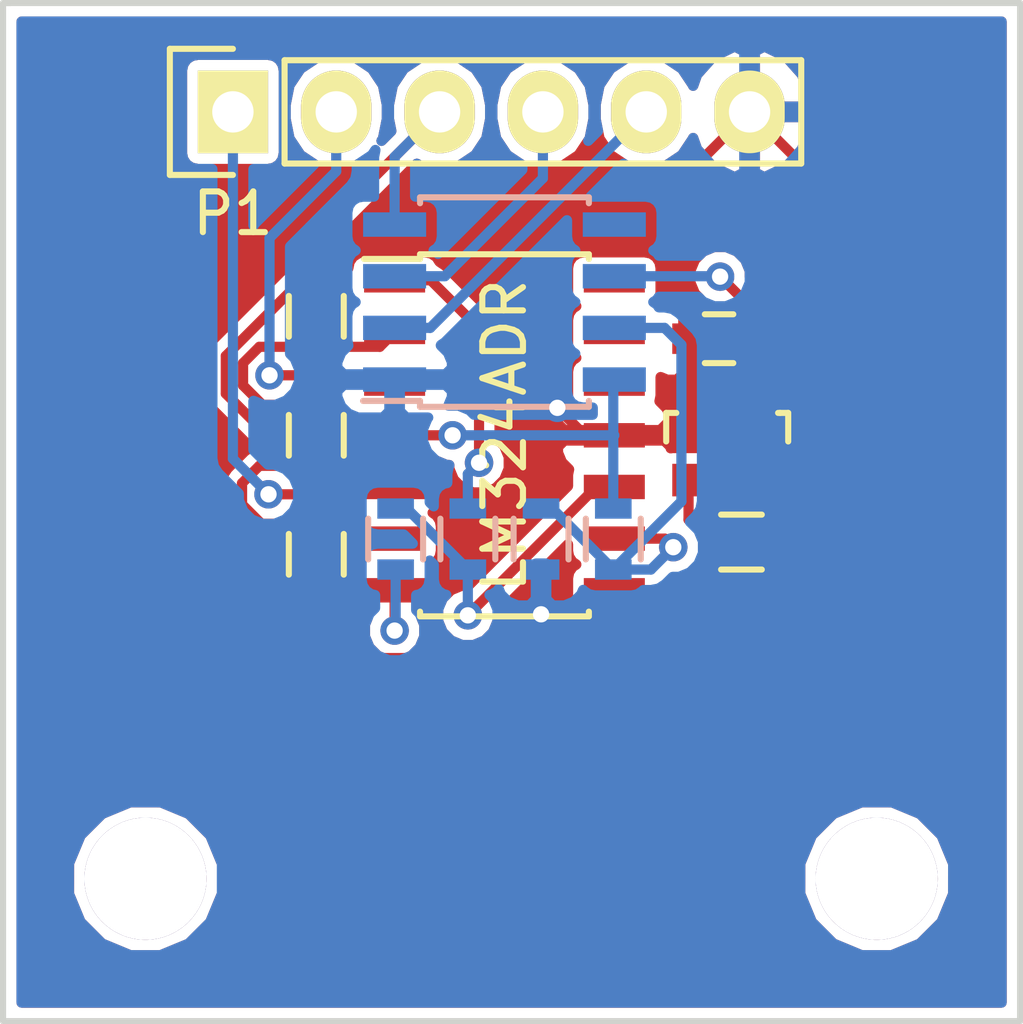
<source format=kicad_pcb>
(kicad_pcb (version 4) (host pcbnew 4.0.1-stable)

  (general
    (links 30)
    (no_connects 0)
    (area 122.051474 65.956666 154.925046 95.81126)
    (thickness 1.6)
    (drawings 6)
    (tracks 111)
    (zones 0)
    (modules 15)
    (nets 17)
  )

  (page A4)
  (layers
    (0 F.Cu signal)
    (31 B.Cu signal)
    (32 B.Adhes user)
    (33 F.Adhes user)
    (34 B.Paste user)
    (35 F.Paste user)
    (36 B.SilkS user)
    (37 F.SilkS user)
    (38 B.Mask user)
    (39 F.Mask user)
    (40 Dwgs.User user)
    (41 Cmts.User user)
    (42 Eco1.User user)
    (43 Eco2.User user)
    (44 Edge.Cuts user)
    (45 Margin user)
    (46 B.CrtYd user)
    (47 F.CrtYd user)
    (48 B.Fab user)
    (49 F.Fab user)
  )

  (setup
    (last_trace_width 0.25)
    (trace_clearance 0.16)
    (zone_clearance 0.254)
    (zone_45_only no)
    (trace_min 0.2)
    (segment_width 0.2)
    (edge_width 0.15)
    (via_size 0.7)
    (via_drill 0.4)
    (via_min_size 0.4)
    (via_min_drill 0.3)
    (uvia_size 0.3)
    (uvia_drill 0.1)
    (uvias_allowed no)
    (uvia_min_size 0.2)
    (uvia_min_drill 0.1)
    (pcb_text_width 0.3)
    (pcb_text_size 1.5 1.5)
    (mod_edge_width 0.15)
    (mod_text_size 1 1)
    (mod_text_width 0.15)
    (pad_size 1.524 1.524)
    (pad_drill 0.762)
    (pad_to_mask_clearance 0.2)
    (aux_axis_origin 0 0)
    (visible_elements 7FFFFF7F)
    (pcbplotparams
      (layerselection 0x010f0_80000001)
      (usegerberextensions false)
      (excludeedgelayer true)
      (linewidth 0.100000)
      (plotframeref false)
      (viasonmask false)
      (mode 1)
      (useauxorigin false)
      (hpglpennumber 1)
      (hpglpenspeed 20)
      (hpglpendiameter 15)
      (hpglpenoverlay 2)
      (psnegative false)
      (psa4output false)
      (plotreference true)
      (plotvalue true)
      (plotinvisibletext false)
      (padsonsilk false)
      (subtractmaskfromsilk false)
      (outputformat 1)
      (mirror false)
      (drillshape 0)
      (scaleselection 1)
      (outputdirectory Gerbers/))
  )

  (net 0 "")
  (net 1 "Net-(C1-Pad1)")
  (net 2 GND)
  (net 3 "Net-(D1-Pad1)")
  (net 4 "Net-(D1-Pad2)")
  (net 5 "Net-(P1-Pad1)")
  (net 6 "Net-(P1-Pad2)")
  (net 7 VCC)
  (net 8 "Net-(P1-Pad4)")
  (net 9 "Net-(P1-Pad5)")
  (net 10 "Net-(R1-Pad2)")
  (net 11 "Net-(R2-Pad2)")
  (net 12 "Net-(R4-Pad1)")
  (net 13 "Net-(R4-Pad2)")
  (net 14 "Net-(R5-Pad1)")
  (net 15 "Net-(R6-Pad2)")
  (net 16 "Net-(U2-Pad5)")

  (net_class Default "This is the default net class."
    (clearance 0.16)
    (trace_width 0.25)
    (via_dia 0.7)
    (via_drill 0.4)
    (uvia_dia 0.3)
    (uvia_drill 0.1)
    (add_net GND)
    (add_net "Net-(C1-Pad1)")
    (add_net "Net-(D1-Pad1)")
    (add_net "Net-(D1-Pad2)")
    (add_net "Net-(P1-Pad1)")
    (add_net "Net-(P1-Pad2)")
    (add_net "Net-(P1-Pad4)")
    (add_net "Net-(P1-Pad5)")
    (add_net "Net-(R1-Pad2)")
    (add_net "Net-(R2-Pad2)")
    (add_net "Net-(R4-Pad1)")
    (add_net "Net-(R4-Pad2)")
    (add_net "Net-(R5-Pad1)")
    (add_net "Net-(R6-Pad2)")
    (add_net "Net-(U2-Pad5)")
    (add_net VCC)
  )

  (module Mounting_Holes:MountingHole_3mm (layer F.Cu) (tedit 56C9F510) (tstamp 56CBB4A4)
    (at 128.5 89.875)
    (descr "Mounting hole, Befestigungsbohrung, 3mm, No Annular, Kein Restring,")
    (tags "Mounting hole, Befestigungsbohrung, 3mm, No Annular, Kein Restring,")
    (fp_text reference REF** (at 0 -4.0005) (layer F.SilkS) hide
      (effects (font (size 1 1) (thickness 0.15)))
    )
    (fp_text value MountingHole_3mm (at 1.00076 5.00126) (layer F.Fab) hide
      (effects (font (size 1 1) (thickness 0.15)))
    )
    (fp_circle (center 0 0) (end 3 0) (layer Cmts.User) (width 0.381))
    (pad 1 thru_hole circle (at 0 0) (size 3 3) (drill 3) (layers))
  )

  (module Capacitors_SMD:C_0603 (layer F.Cu) (tedit 56C9E8DA) (tstamp 56C9E74D)
    (at 142.6 76.6 180)
    (descr "Capacitor SMD 0603, reflow soldering, AVX (see smccp.pdf)")
    (tags "capacitor 0603")
    (path /56BFC4E0)
    (attr smd)
    (fp_text reference C1 (at 0 -1.9 180) (layer F.SilkS) hide
      (effects (font (size 1 1) (thickness 0.15)))
    )
    (fp_text value C (at 0 1.9 180) (layer F.Fab) hide
      (effects (font (size 1 1) (thickness 0.15)))
    )
    (fp_line (start -1.45 -0.75) (end 1.45 -0.75) (layer F.CrtYd) (width 0.05))
    (fp_line (start -1.45 0.75) (end 1.45 0.75) (layer F.CrtYd) (width 0.05))
    (fp_line (start -1.45 -0.75) (end -1.45 0.75) (layer F.CrtYd) (width 0.05))
    (fp_line (start 1.45 -0.75) (end 1.45 0.75) (layer F.CrtYd) (width 0.05))
    (fp_line (start -0.35 -0.6) (end 0.35 -0.6) (layer F.SilkS) (width 0.15))
    (fp_line (start 0.35 0.6) (end -0.35 0.6) (layer F.SilkS) (width 0.15))
    (pad 1 smd rect (at -0.75 0 180) (size 0.8 0.75) (layers F.Cu F.Paste F.Mask)
      (net 1 "Net-(C1-Pad1)"))
    (pad 2 smd rect (at 0.75 0 180) (size 0.8 0.75) (layers F.Cu F.Paste F.Mask)
      (net 2 GND))
    (model Capacitors_SMD.3dshapes/C_0603.wrl
      (at (xyz 0 0 0))
      (scale (xyz 1 1 1))
      (rotate (xyz 0 0 0))
    )
  )

  (module TO_SOT_Packages_SMD:SOT-23 (layer F.Cu) (tedit 56C9E8DD) (tstamp 56C9E75D)
    (at 142.8 79.075)
    (descr "SOT-23, Standard")
    (tags SOT-23)
    (path /56C111A0)
    (attr smd)
    (fp_text reference D1 (at 0 -2.25) (layer F.SilkS) hide
      (effects (font (size 1 1) (thickness 0.15)))
    )
    (fp_text value DA3X101F0L (at 0 2.3) (layer F.Fab) hide
      (effects (font (size 1 1) (thickness 0.15)))
    )
    (fp_line (start -1.65 -1.6) (end 1.65 -1.6) (layer F.CrtYd) (width 0.05))
    (fp_line (start 1.65 -1.6) (end 1.65 1.6) (layer F.CrtYd) (width 0.05))
    (fp_line (start 1.65 1.6) (end -1.65 1.6) (layer F.CrtYd) (width 0.05))
    (fp_line (start -1.65 1.6) (end -1.65 -1.6) (layer F.CrtYd) (width 0.05))
    (fp_line (start 1.29916 -0.65024) (end 1.2509 -0.65024) (layer F.SilkS) (width 0.15))
    (fp_line (start -1.49982 0.0508) (end -1.49982 -0.65024) (layer F.SilkS) (width 0.15))
    (fp_line (start -1.49982 -0.65024) (end -1.2509 -0.65024) (layer F.SilkS) (width 0.15))
    (fp_line (start 1.29916 -0.65024) (end 1.49982 -0.65024) (layer F.SilkS) (width 0.15))
    (fp_line (start 1.49982 -0.65024) (end 1.49982 0.0508) (layer F.SilkS) (width 0.15))
    (pad 1 smd rect (at -0.95 1.00076) (size 0.8001 0.8001) (layers F.Cu F.Paste F.Mask)
      (net 3 "Net-(D1-Pad1)"))
    (pad 2 smd rect (at 0.95 1.00076) (size 0.8001 0.8001) (layers F.Cu F.Paste F.Mask)
      (net 4 "Net-(D1-Pad2)"))
    (pad 3 smd rect (at 0 -0.99822) (size 0.8001 0.8001) (layers F.Cu F.Paste F.Mask)
      (net 1 "Net-(C1-Pad1)"))
    (model TO_SOT_Packages_SMD.3dshapes/SOT-23.wrl
      (at (xyz 0 0 0))
      (scale (xyz 1 1 1))
      (rotate (xyz 0 0 0))
    )
  )

  (module Pin_Headers:Pin_Header_Straight_1x06 (layer F.Cu) (tedit 56C9F524) (tstamp 56C9E772)
    (at 130.65 71.025 90)
    (descr "Through hole pin header")
    (tags "pin header")
    (path /56C136C0)
    (fp_text reference P1 (at -2.5 0 180) (layer F.SilkS)
      (effects (font (size 1 1) (thickness 0.15)))
    )
    (fp_text value CONN_01X06 (at 0 -3.1 90) (layer F.Fab) hide
      (effects (font (size 1 1) (thickness 0.15)))
    )
    (fp_line (start -1.75 -1.75) (end -1.75 14.45) (layer F.CrtYd) (width 0.05))
    (fp_line (start 1.75 -1.75) (end 1.75 14.45) (layer F.CrtYd) (width 0.05))
    (fp_line (start -1.75 -1.75) (end 1.75 -1.75) (layer F.CrtYd) (width 0.05))
    (fp_line (start -1.75 14.45) (end 1.75 14.45) (layer F.CrtYd) (width 0.05))
    (fp_line (start 1.27 1.27) (end 1.27 13.97) (layer F.SilkS) (width 0.15))
    (fp_line (start 1.27 13.97) (end -1.27 13.97) (layer F.SilkS) (width 0.15))
    (fp_line (start -1.27 13.97) (end -1.27 1.27) (layer F.SilkS) (width 0.15))
    (fp_line (start 1.55 -1.55) (end 1.55 0) (layer F.SilkS) (width 0.15))
    (fp_line (start 1.27 1.27) (end -1.27 1.27) (layer F.SilkS) (width 0.15))
    (fp_line (start -1.55 0) (end -1.55 -1.55) (layer F.SilkS) (width 0.15))
    (fp_line (start -1.55 -1.55) (end 1.55 -1.55) (layer F.SilkS) (width 0.15))
    (pad 1 thru_hole rect (at 0 0 90) (size 2.032 1.7272) (drill 1.016) (layers *.Cu *.Mask F.SilkS)
      (net 5 "Net-(P1-Pad1)"))
    (pad 2 thru_hole oval (at 0 2.54 90) (size 2.032 1.7272) (drill 1.016) (layers *.Cu *.Mask F.SilkS)
      (net 6 "Net-(P1-Pad2)"))
    (pad 3 thru_hole oval (at 0 5.08 90) (size 2.032 1.7272) (drill 1.016) (layers *.Cu *.Mask F.SilkS)
      (net 7 VCC))
    (pad 4 thru_hole oval (at 0 7.62 90) (size 2.032 1.7272) (drill 1.016) (layers *.Cu *.Mask F.SilkS)
      (net 8 "Net-(P1-Pad4)"))
    (pad 5 thru_hole oval (at 0 10.16 90) (size 2.032 1.7272) (drill 1.016) (layers *.Cu *.Mask F.SilkS)
      (net 9 "Net-(P1-Pad5)"))
    (pad 6 thru_hole oval (at 0 12.7 90) (size 2.032 1.7272) (drill 1.016) (layers *.Cu *.Mask F.SilkS)
      (net 2 GND))
    (model Pin_Headers.3dshapes/Pin_Header_Straight_1x06.wrl
      (at (xyz 0 -0.25 0))
      (scale (xyz 1 1 1))
      (rotate (xyz 0 0 90))
    )
  )

  (module Resistors_SMD:R_0603 (layer F.Cu) (tedit 56C9E818) (tstamp 56C9E77E)
    (at 132.7 76.05 270)
    (descr "Resistor SMD 0603, reflow soldering, Vishay (see dcrcw.pdf)")
    (tags "resistor 0603")
    (path /56BF98C8)
    (attr smd)
    (fp_text reference R1 (at 0 -1.9 270) (layer F.SilkS) hide
      (effects (font (size 1 1) (thickness 0.15)))
    )
    (fp_text value R (at 0 1.9 270) (layer F.Fab) hide
      (effects (font (size 1 1) (thickness 0.15)))
    )
    (fp_line (start -1.3 -0.8) (end 1.3 -0.8) (layer F.CrtYd) (width 0.05))
    (fp_line (start -1.3 0.8) (end 1.3 0.8) (layer F.CrtYd) (width 0.05))
    (fp_line (start -1.3 -0.8) (end -1.3 0.8) (layer F.CrtYd) (width 0.05))
    (fp_line (start 1.3 -0.8) (end 1.3 0.8) (layer F.CrtYd) (width 0.05))
    (fp_line (start 0.5 0.675) (end -0.5 0.675) (layer F.SilkS) (width 0.15))
    (fp_line (start -0.5 -0.675) (end 0.5 -0.675) (layer F.SilkS) (width 0.15))
    (pad 1 smd rect (at -0.75 0 270) (size 0.5 0.9) (layers F.Cu F.Paste F.Mask)
      (net 7 VCC))
    (pad 2 smd rect (at 0.75 0 270) (size 0.5 0.9) (layers F.Cu F.Paste F.Mask)
      (net 10 "Net-(R1-Pad2)"))
    (model Resistors_SMD.3dshapes/R_0603.wrl
      (at (xyz 0 0 0))
      (scale (xyz 1 1 1))
      (rotate (xyz 0 0 0))
    )
  )

  (module Resistors_SMD:R_0603 (layer F.Cu) (tedit 56C9E81B) (tstamp 56C9E78A)
    (at 132.7 78.975 270)
    (descr "Resistor SMD 0603, reflow soldering, Vishay (see dcrcw.pdf)")
    (tags "resistor 0603")
    (path /56BF9875)
    (attr smd)
    (fp_text reference R2 (at 0 -1.9 270) (layer F.SilkS) hide
      (effects (font (size 1 1) (thickness 0.15)))
    )
    (fp_text value R (at 0 1.9 270) (layer F.Fab) hide
      (effects (font (size 1 1) (thickness 0.15)))
    )
    (fp_line (start -1.3 -0.8) (end 1.3 -0.8) (layer F.CrtYd) (width 0.05))
    (fp_line (start -1.3 0.8) (end 1.3 0.8) (layer F.CrtYd) (width 0.05))
    (fp_line (start -1.3 -0.8) (end -1.3 0.8) (layer F.CrtYd) (width 0.05))
    (fp_line (start 1.3 -0.8) (end 1.3 0.8) (layer F.CrtYd) (width 0.05))
    (fp_line (start 0.5 0.675) (end -0.5 0.675) (layer F.SilkS) (width 0.15))
    (fp_line (start -0.5 -0.675) (end 0.5 -0.675) (layer F.SilkS) (width 0.15))
    (pad 1 smd rect (at -0.75 0 270) (size 0.5 0.9) (layers F.Cu F.Paste F.Mask)
      (net 10 "Net-(R1-Pad2)"))
    (pad 2 smd rect (at 0.75 0 270) (size 0.5 0.9) (layers F.Cu F.Paste F.Mask)
      (net 11 "Net-(R2-Pad2)"))
    (model Resistors_SMD.3dshapes/R_0603.wrl
      (at (xyz 0 0 0))
      (scale (xyz 1 1 1))
      (rotate (xyz 0 0 0))
    )
  )

  (module Resistors_SMD:R_0603 (layer F.Cu) (tedit 56C9E80C) (tstamp 56C9E796)
    (at 132.7 81.9 270)
    (descr "Resistor SMD 0603, reflow soldering, Vishay (see dcrcw.pdf)")
    (tags "resistor 0603")
    (path /56BF9794)
    (attr smd)
    (fp_text reference R3 (at 0 -1.9 270) (layer F.SilkS) hide
      (effects (font (size 1 1) (thickness 0.15)))
    )
    (fp_text value R (at 0 1.9 270) (layer F.Fab) hide
      (effects (font (size 1 1) (thickness 0.15)))
    )
    (fp_line (start -1.3 -0.8) (end 1.3 -0.8) (layer F.CrtYd) (width 0.05))
    (fp_line (start -1.3 0.8) (end 1.3 0.8) (layer F.CrtYd) (width 0.05))
    (fp_line (start -1.3 -0.8) (end -1.3 0.8) (layer F.CrtYd) (width 0.05))
    (fp_line (start 1.3 -0.8) (end 1.3 0.8) (layer F.CrtYd) (width 0.05))
    (fp_line (start 0.5 0.675) (end -0.5 0.675) (layer F.SilkS) (width 0.15))
    (fp_line (start -0.5 -0.675) (end 0.5 -0.675) (layer F.SilkS) (width 0.15))
    (pad 1 smd rect (at -0.75 0 270) (size 0.5 0.9) (layers F.Cu F.Paste F.Mask)
      (net 11 "Net-(R2-Pad2)"))
    (pad 2 smd rect (at 0.75 0 270) (size 0.5 0.9) (layers F.Cu F.Paste F.Mask)
      (net 2 GND))
    (model Resistors_SMD.3dshapes/R_0603.wrl
      (at (xyz 0 0 0))
      (scale (xyz 1 1 1))
      (rotate (xyz 0 0 0))
    )
  )

  (module Resistors_SMD:R_0603 (layer B.Cu) (tedit 56C9E802) (tstamp 56C9E7A2)
    (at 136.425 81.525 90)
    (descr "Resistor SMD 0603, reflow soldering, Vishay (see dcrcw.pdf)")
    (tags "resistor 0603")
    (path /56BFD5FE)
    (attr smd)
    (fp_text reference R4 (at 0 1.9 90) (layer B.SilkS) hide
      (effects (font (size 1 1) (thickness 0.15)) (justify mirror))
    )
    (fp_text value 1k (at 0 -1.9 90) (layer B.Fab) hide
      (effects (font (size 1 1) (thickness 0.15)) (justify mirror))
    )
    (fp_line (start -1.3 0.8) (end 1.3 0.8) (layer B.CrtYd) (width 0.05))
    (fp_line (start -1.3 -0.8) (end 1.3 -0.8) (layer B.CrtYd) (width 0.05))
    (fp_line (start -1.3 0.8) (end -1.3 -0.8) (layer B.CrtYd) (width 0.05))
    (fp_line (start 1.3 0.8) (end 1.3 -0.8) (layer B.CrtYd) (width 0.05))
    (fp_line (start 0.5 -0.675) (end -0.5 -0.675) (layer B.SilkS) (width 0.15))
    (fp_line (start -0.5 0.675) (end 0.5 0.675) (layer B.SilkS) (width 0.15))
    (pad 1 smd rect (at -0.75 0 90) (size 0.5 0.9) (layers B.Cu B.Paste B.Mask)
      (net 12 "Net-(R4-Pad1)"))
    (pad 2 smd rect (at 0.75 0 90) (size 0.5 0.9) (layers B.Cu B.Paste B.Mask)
      (net 13 "Net-(R4-Pad2)"))
    (model Resistors_SMD.3dshapes/R_0603.wrl
      (at (xyz 0 0 0))
      (scale (xyz 1 1 1))
      (rotate (xyz 0 0 0))
    )
  )

  (module Resistors_SMD:R_0603 (layer B.Cu) (tedit 56C9E7FB) (tstamp 56C9E7AE)
    (at 134.65 81.525 90)
    (descr "Resistor SMD 0603, reflow soldering, Vishay (see dcrcw.pdf)")
    (tags "resistor 0603")
    (path /56BFA520)
    (attr smd)
    (fp_text reference R5 (at 0 1.9 90) (layer B.SilkS) hide
      (effects (font (size 1 1) (thickness 0.15)) (justify mirror))
    )
    (fp_text value 1k (at 0 -1.9 90) (layer B.Fab) hide
      (effects (font (size 1 1) (thickness 0.15)) (justify mirror))
    )
    (fp_line (start -1.3 0.8) (end 1.3 0.8) (layer B.CrtYd) (width 0.05))
    (fp_line (start -1.3 -0.8) (end 1.3 -0.8) (layer B.CrtYd) (width 0.05))
    (fp_line (start -1.3 0.8) (end -1.3 -0.8) (layer B.CrtYd) (width 0.05))
    (fp_line (start 1.3 0.8) (end 1.3 -0.8) (layer B.CrtYd) (width 0.05))
    (fp_line (start 0.5 -0.675) (end -0.5 -0.675) (layer B.SilkS) (width 0.15))
    (fp_line (start -0.5 0.675) (end 0.5 0.675) (layer B.SilkS) (width 0.15))
    (pad 1 smd rect (at -0.75 0 90) (size 0.5 0.9) (layers B.Cu B.Paste B.Mask)
      (net 14 "Net-(R5-Pad1)"))
    (pad 2 smd rect (at 0.75 0 90) (size 0.5 0.9) (layers B.Cu B.Paste B.Mask)
      (net 12 "Net-(R4-Pad1)"))
    (model Resistors_SMD.3dshapes/R_0603.wrl
      (at (xyz 0 0 0))
      (scale (xyz 1 1 1))
      (rotate (xyz 0 0 0))
    )
  )

  (module Resistors_SMD:R_0603 (layer B.Cu) (tedit 56C9E7EC) (tstamp 56C9E7BA)
    (at 138.225 81.525 90)
    (descr "Resistor SMD 0603, reflow soldering, Vishay (see dcrcw.pdf)")
    (tags "resistor 0603")
    (path /56BFFFBD)
    (attr smd)
    (fp_text reference R6 (at 0 1.9 90) (layer B.SilkS) hide
      (effects (font (size 1 1) (thickness 0.15)) (justify mirror))
    )
    (fp_text value 2.2k (at 0 -1.9 90) (layer B.Fab) hide
      (effects (font (size 1 1) (thickness 0.15)) (justify mirror))
    )
    (fp_line (start -1.3 0.8) (end 1.3 0.8) (layer B.CrtYd) (width 0.05))
    (fp_line (start -1.3 -0.8) (end 1.3 -0.8) (layer B.CrtYd) (width 0.05))
    (fp_line (start -1.3 0.8) (end -1.3 -0.8) (layer B.CrtYd) (width 0.05))
    (fp_line (start 1.3 0.8) (end 1.3 -0.8) (layer B.CrtYd) (width 0.05))
    (fp_line (start 0.5 -0.675) (end -0.5 -0.675) (layer B.SilkS) (width 0.15))
    (fp_line (start -0.5 0.675) (end 0.5 0.675) (layer B.SilkS) (width 0.15))
    (pad 1 smd rect (at -0.75 0 90) (size 0.5 0.9) (layers B.Cu B.Paste B.Mask)
      (net 2 GND))
    (pad 2 smd rect (at 0.75 0 90) (size 0.5 0.9) (layers B.Cu B.Paste B.Mask)
      (net 15 "Net-(R6-Pad2)"))
    (model Resistors_SMD.3dshapes/R_0603.wrl
      (at (xyz 0 0 0))
      (scale (xyz 1 1 1))
      (rotate (xyz 0 0 0))
    )
  )

  (module Resistors_SMD:R_0603 (layer B.Cu) (tedit 56C9E7E7) (tstamp 56C9E7C6)
    (at 140 81.525 90)
    (descr "Resistor SMD 0603, reflow soldering, Vishay (see dcrcw.pdf)")
    (tags "resistor 0603")
    (path /56BFFF72)
    (attr smd)
    (fp_text reference R7 (at 0 1.9 90) (layer B.SilkS) hide
      (effects (font (size 1 1) (thickness 0.15)) (justify mirror))
    )
    (fp_text value 1k (at 0 -1.9 90) (layer B.Fab) hide
      (effects (font (size 1 1) (thickness 0.15)) (justify mirror))
    )
    (fp_line (start -1.3 0.8) (end 1.3 0.8) (layer B.CrtYd) (width 0.05))
    (fp_line (start -1.3 -0.8) (end 1.3 -0.8) (layer B.CrtYd) (width 0.05))
    (fp_line (start -1.3 0.8) (end -1.3 -0.8) (layer B.CrtYd) (width 0.05))
    (fp_line (start 1.3 0.8) (end 1.3 -0.8) (layer B.CrtYd) (width 0.05))
    (fp_line (start 0.5 -0.675) (end -0.5 -0.675) (layer B.SilkS) (width 0.15))
    (fp_line (start -0.5 0.675) (end 0.5 0.675) (layer B.SilkS) (width 0.15))
    (pad 1 smd rect (at -0.75 0 90) (size 0.5 0.9) (layers B.Cu B.Paste B.Mask)
      (net 15 "Net-(R6-Pad2)"))
    (pad 2 smd rect (at 0.75 0 90) (size 0.5 0.9) (layers B.Cu B.Paste B.Mask)
      (net 7 VCC))
    (model Resistors_SMD.3dshapes/R_0603.wrl
      (at (xyz 0 0 0))
      (scale (xyz 1 1 1))
      (rotate (xyz 0 0 0))
    )
  )

  (module Resistors_SMD:R_0603 (layer F.Cu) (tedit 56C9E7F4) (tstamp 56C9E7D2)
    (at 143.15 81.6)
    (descr "Resistor SMD 0603, reflow soldering, Vishay (see dcrcw.pdf)")
    (tags "resistor 0603")
    (path /56C115CD)
    (attr smd)
    (fp_text reference R8 (at 0 -1.9) (layer F.SilkS) hide
      (effects (font (size 1 1) (thickness 0.15)))
    )
    (fp_text value R (at 0 1.9) (layer F.Fab) hide
      (effects (font (size 1 1) (thickness 0.15)))
    )
    (fp_line (start -1.3 -0.8) (end 1.3 -0.8) (layer F.CrtYd) (width 0.05))
    (fp_line (start -1.3 0.8) (end 1.3 0.8) (layer F.CrtYd) (width 0.05))
    (fp_line (start -1.3 -0.8) (end -1.3 0.8) (layer F.CrtYd) (width 0.05))
    (fp_line (start 1.3 -0.8) (end 1.3 0.8) (layer F.CrtYd) (width 0.05))
    (fp_line (start 0.5 0.675) (end -0.5 0.675) (layer F.SilkS) (width 0.15))
    (fp_line (start -0.5 -0.675) (end 0.5 -0.675) (layer F.SilkS) (width 0.15))
    (pad 1 smd rect (at -0.75 0) (size 0.5 0.9) (layers F.Cu F.Paste F.Mask)
      (net 3 "Net-(D1-Pad1)"))
    (pad 2 smd rect (at 0.75 0) (size 0.5 0.9) (layers F.Cu F.Paste F.Mask)
      (net 4 "Net-(D1-Pad2)"))
    (model Resistors_SMD.3dshapes/R_0603.wrl
      (at (xyz 0 0 0))
      (scale (xyz 1 1 1))
      (rotate (xyz 0 0 0))
    )
  )

  (module Housings_SOIC:SOIC-14_3.9x8.7mm_Pitch1.27mm (layer F.Cu) (tedit 56C9F374) (tstamp 56C9E7EF)
    (at 137.325 78.975)
    (descr "14-Lead Plastic Small Outline (SL) - Narrow, 3.90 mm Body [SOIC] (see Microchip Packaging Specification 00000049BS.pdf)")
    (tags "SOIC 1.27")
    (path /56BF9354)
    (attr smd)
    (fp_text reference U1 (at 0 -5.375) (layer F.SilkS) hide
      (effects (font (size 1 1) (thickness 0.15)))
    )
    (fp_text value LM324ADR (at 0 0 90) (layer F.SilkS)
      (effects (font (size 1 1) (thickness 0.15)))
    )
    (fp_line (start -3.7 -4.65) (end -3.7 4.65) (layer F.CrtYd) (width 0.05))
    (fp_line (start 3.7 -4.65) (end 3.7 4.65) (layer F.CrtYd) (width 0.05))
    (fp_line (start -3.7 -4.65) (end 3.7 -4.65) (layer F.CrtYd) (width 0.05))
    (fp_line (start -3.7 4.65) (end 3.7 4.65) (layer F.CrtYd) (width 0.05))
    (fp_line (start -2.075 -4.45) (end -2.075 -4.335) (layer F.SilkS) (width 0.15))
    (fp_line (start 2.075 -4.45) (end 2.075 -4.335) (layer F.SilkS) (width 0.15))
    (fp_line (start 2.075 4.45) (end 2.075 4.335) (layer F.SilkS) (width 0.15))
    (fp_line (start -2.075 4.45) (end -2.075 4.335) (layer F.SilkS) (width 0.15))
    (fp_line (start -2.075 -4.45) (end 2.075 -4.45) (layer F.SilkS) (width 0.15))
    (fp_line (start -2.075 4.45) (end 2.075 4.45) (layer F.SilkS) (width 0.15))
    (fp_line (start -2.075 -4.335) (end -3.45 -4.335) (layer F.SilkS) (width 0.15))
    (pad 1 smd rect (at -2.7 -3.81) (size 1.5 0.6) (layers F.Cu F.Paste F.Mask)
      (net 13 "Net-(R4-Pad2)"))
    (pad 2 smd rect (at -2.7 -2.54) (size 1.5 0.6) (layers F.Cu F.Paste F.Mask)
      (net 10 "Net-(R1-Pad2)"))
    (pad 3 smd rect (at -2.7 -1.27) (size 1.5 0.6) (layers F.Cu F.Paste F.Mask)
      (net 6 "Net-(P1-Pad2)"))
    (pad 4 smd rect (at -2.7 0) (size 1.5 0.6) (layers F.Cu F.Paste F.Mask)
      (net 7 VCC))
    (pad 5 smd rect (at -2.7 1.27) (size 1.5 0.6) (layers F.Cu F.Paste F.Mask)
      (net 5 "Net-(P1-Pad1)"))
    (pad 6 smd rect (at -2.7 2.54) (size 1.5 0.6) (layers F.Cu F.Paste F.Mask)
      (net 11 "Net-(R2-Pad2)"))
    (pad 7 smd rect (at -2.7 3.81) (size 1.5 0.6) (layers F.Cu F.Paste F.Mask)
      (net 14 "Net-(R5-Pad1)"))
    (pad 8 smd rect (at 2.7 3.81) (size 1.5 0.6) (layers F.Cu F.Paste F.Mask)
      (net 4 "Net-(D1-Pad2)"))
    (pad 9 smd rect (at 2.7 2.54) (size 1.5 0.6) (layers F.Cu F.Paste F.Mask)
      (net 15 "Net-(R6-Pad2)"))
    (pad 10 smd rect (at 2.7 1.27) (size 1.5 0.6) (layers F.Cu F.Paste F.Mask)
      (net 12 "Net-(R4-Pad1)"))
    (pad 11 smd rect (at 2.7 0) (size 1.5 0.6) (layers F.Cu F.Paste F.Mask)
      (net 2 GND))
    (pad 12 smd rect (at 2.7 -1.27) (size 1.5 0.6) (layers F.Cu F.Paste F.Mask))
    (pad 13 smd rect (at 2.7 -2.54) (size 1.5 0.6) (layers F.Cu F.Paste F.Mask))
    (pad 14 smd rect (at 2.7 -3.81) (size 1.5 0.6) (layers F.Cu F.Paste F.Mask))
    (model Housings_SOIC.3dshapes/SOIC-14_3.9x8.7mm_Pitch1.27mm.wrl
      (at (xyz 0 0 0))
      (scale (xyz 1 1 1))
      (rotate (xyz 0 0 0))
    )
  )

  (module Housings_SOIC:SOIC-8_3.9x4.9mm_Pitch1.27mm (layer B.Cu) (tedit 56C9E8E7) (tstamp 56C9E806)
    (at 137.325 75.7)
    (descr "8-Lead Plastic Small Outline (SN) - Narrow, 3.90 mm Body [SOIC] (see Microchip Packaging Specification 00000049BS.pdf)")
    (tags "SOIC 1.27")
    (path /56BFBF5F)
    (attr smd)
    (fp_text reference U2 (at 0 3.5) (layer B.SilkS) hide
      (effects (font (size 1 1) (thickness 0.15)) (justify mirror))
    )
    (fp_text value 555 (at -0.175 -0.025 90) (layer B.Fab)
      (effects (font (size 1 1) (thickness 0.15)) (justify mirror))
    )
    (fp_line (start -3.75 2.75) (end -3.75 -2.75) (layer B.CrtYd) (width 0.05))
    (fp_line (start 3.75 2.75) (end 3.75 -2.75) (layer B.CrtYd) (width 0.05))
    (fp_line (start -3.75 2.75) (end 3.75 2.75) (layer B.CrtYd) (width 0.05))
    (fp_line (start -3.75 -2.75) (end 3.75 -2.75) (layer B.CrtYd) (width 0.05))
    (fp_line (start -2.075 2.575) (end -2.075 2.43) (layer B.SilkS) (width 0.15))
    (fp_line (start 2.075 2.575) (end 2.075 2.43) (layer B.SilkS) (width 0.15))
    (fp_line (start 2.075 -2.575) (end 2.075 -2.43) (layer B.SilkS) (width 0.15))
    (fp_line (start -2.075 -2.575) (end -2.075 -2.43) (layer B.SilkS) (width 0.15))
    (fp_line (start -2.075 2.575) (end 2.075 2.575) (layer B.SilkS) (width 0.15))
    (fp_line (start -2.075 -2.575) (end 2.075 -2.575) (layer B.SilkS) (width 0.15))
    (fp_line (start -2.075 2.43) (end -3.475 2.43) (layer B.SilkS) (width 0.15))
    (pad 1 smd rect (at -2.7 1.905) (size 1.55 0.6) (layers B.Cu B.Paste B.Mask)
      (net 2 GND))
    (pad 2 smd rect (at -2.7 0.635) (size 1.55 0.6) (layers B.Cu B.Paste B.Mask)
      (net 9 "Net-(P1-Pad5)"))
    (pad 3 smd rect (at -2.7 -0.635) (size 1.55 0.6) (layers B.Cu B.Paste B.Mask)
      (net 8 "Net-(P1-Pad4)"))
    (pad 4 smd rect (at -2.7 -1.905) (size 1.55 0.6) (layers B.Cu B.Paste B.Mask)
      (net 7 VCC))
    (pad 5 smd rect (at 2.7 -1.905) (size 1.55 0.6) (layers B.Cu B.Paste B.Mask)
      (net 16 "Net-(U2-Pad5)"))
    (pad 6 smd rect (at 2.7 -0.635) (size 1.55 0.6) (layers B.Cu B.Paste B.Mask)
      (net 1 "Net-(C1-Pad1)"))
    (pad 7 smd rect (at 2.7 0.635) (size 1.55 0.6) (layers B.Cu B.Paste B.Mask)
      (net 15 "Net-(R6-Pad2)"))
    (pad 8 smd rect (at 2.7 1.905) (size 1.55 0.6) (layers B.Cu B.Paste B.Mask)
      (net 7 VCC))
    (model Housings_SOIC.3dshapes/SOIC-8_3.9x4.9mm_Pitch1.27mm.wrl
      (at (xyz 0 0 0))
      (scale (xyz 1 1 1))
      (rotate (xyz 0 0 0))
    )
  )

  (module Mounting_Holes:MountingHole_3mm (layer F.Cu) (tedit 56C9F516) (tstamp 56CBB491)
    (at 146.475 89.875)
    (descr "Mounting hole, Befestigungsbohrung, 3mm, No Annular, Kein Restring,")
    (tags "Mounting hole, Befestigungsbohrung, 3mm, No Annular, Kein Restring,")
    (fp_text reference REF** (at 0 -4.0005) (layer F.SilkS) hide
      (effects (font (size 1 1) (thickness 0.15)))
    )
    (fp_text value MountingHole_3mm (at 1.00076 5.00126) (layer F.Fab) hide
      (effects (font (size 1 1) (thickness 0.15)))
    )
    (fp_circle (center 0 0) (end 3 0) (layer Cmts.User) (width 0.381))
    (pad 1 thru_hole circle (at 0 0) (size 3 3) (drill 3) (layers))
  )

  (gr_line (start 125 68.35) (end 125.175 68.35) (angle 90) (layer Edge.Cuts) (width 0.15))
  (gr_line (start 125 93.375) (end 125 68.35) (angle 90) (layer Edge.Cuts) (width 0.15))
  (gr_line (start 150 93.375) (end 125 93.375) (angle 90) (layer Edge.Cuts) (width 0.15))
  (gr_line (start 150 68.35) (end 150 93.375) (angle 90) (layer Edge.Cuts) (width 0.15))
  (gr_line (start 125 68.35) (end 150 68.35) (angle 90) (layer Edge.Cuts) (width 0.15))
  (gr_line (start 125 68.35) (end 125.05 68.35) (angle 90) (layer Edge.Cuts) (width 0.15))

  (segment (start 143.35 76.6) (end 143.35 75.8) (width 0.25) (layer F.Cu) (net 1))
  (segment (start 142.615 75.065) (end 140.025 75.065) (width 0.25) (layer B.Cu) (net 1) (tstamp 56C9EDBE))
  (segment (start 142.625 75.075) (end 142.615 75.065) (width 0.25) (layer B.Cu) (net 1) (tstamp 56C9EDBD))
  (via (at 142.625 75.075) (size 0.7) (drill 0.4) (layers F.Cu B.Cu) (net 1))
  (segment (start 143.35 75.8) (end 142.625 75.075) (width 0.25) (layer F.Cu) (net 1) (tstamp 56C9EDBB))
  (segment (start 143.35 76.6) (end 143.35 77.52678) (width 0.25) (layer F.Cu) (net 1))
  (segment (start 143.35 77.52678) (end 142.8 78.07678) (width 0.25) (layer F.Cu) (net 1) (tstamp 56C9ED8A))
  (segment (start 138.225 84.45) (end 142.8 84.45) (width 0.25) (layer F.Cu) (net 2))
  (segment (start 144.775 72.45) (end 143.35 71.025) (width 0.25) (layer F.Cu) (net 2) (tstamp 56C9F194))
  (segment (start 144.775 82.475) (end 144.775 72.45) (width 0.25) (layer F.Cu) (net 2) (tstamp 56C9F18F))
  (segment (start 142.8 84.45) (end 144.775 82.475) (width 0.25) (layer F.Cu) (net 2) (tstamp 56C9F189))
  (segment (start 132.7 82.65) (end 132.7 83.7) (width 0.25) (layer F.Cu) (net 2))
  (segment (start 133.45 84.45) (end 138.225 84.45) (width 0.25) (layer F.Cu) (net 2) (tstamp 56C9F078))
  (segment (start 132.7 83.7) (end 133.45 84.45) (width 0.25) (layer F.Cu) (net 2) (tstamp 56C9F076))
  (segment (start 134.625 77.605) (end 137.93 77.605) (width 0.25) (layer B.Cu) (net 2))
  (segment (start 138.625 78.3) (end 139.3 78.975) (width 0.25) (layer F.Cu) (net 2) (tstamp 56C9EE49))
  (via (at 138.625 78.3) (size 0.7) (drill 0.4) (layers F.Cu B.Cu) (net 2))
  (segment (start 137.93 77.605) (end 138.625 78.3) (width 0.25) (layer B.Cu) (net 2) (tstamp 56C9EE3F))
  (segment (start 139.3 78.975) (end 140.025 78.975) (width 0.25) (layer F.Cu) (net 2) (tstamp 56C9EE4A))
  (segment (start 138.225 83.375) (end 138.225 84.45) (width 0.25) (layer F.Cu) (net 2))
  (segment (start 138.225 84.45) (end 138.225 84.4) (width 0.25) (layer F.Cu) (net 2) (tstamp 56C9EE07))
  (segment (start 138.225 84.4) (end 138.225 84.45) (width 0.25) (layer F.Cu) (net 2) (tstamp 56C9EE09))
  (segment (start 138.225 82.275) (end 138.225 83.375) (width 0.25) (layer B.Cu) (net 2))
  (via (at 138.225 83.375) (size 0.7) (drill 0.4) (layers F.Cu B.Cu) (net 2))
  (segment (start 141.85 76.6) (end 141.85 78.15) (width 0.25) (layer F.Cu) (net 2))
  (segment (start 141.025 78.975) (end 140.025 78.975) (width 0.25) (layer F.Cu) (net 2) (tstamp 56C9ED98))
  (segment (start 141.85 78.15) (end 141.025 78.975) (width 0.25) (layer F.Cu) (net 2) (tstamp 56C9ED97))
  (segment (start 141.85 76.6) (end 141.85 72.525) (width 0.25) (layer F.Cu) (net 2))
  (segment (start 141.85 72.525) (end 143.35 71.025) (width 0.25) (layer F.Cu) (net 2) (tstamp 56C9ED93))
  (segment (start 141.85 80.07576) (end 141.85 81.05) (width 0.25) (layer F.Cu) (net 3))
  (segment (start 141.85 81.05) (end 142.4 81.6) (width 0.25) (layer F.Cu) (net 3) (tstamp 56C9F181))
  (segment (start 140.025 82.785) (end 142.715 82.785) (width 0.25) (layer F.Cu) (net 4))
  (segment (start 142.715 82.785) (end 143.9 81.6) (width 0.25) (layer F.Cu) (net 4) (tstamp 56C9F184))
  (segment (start 143.75 80.07576) (end 143.75 81.45) (width 0.25) (layer F.Cu) (net 4))
  (segment (start 143.75 81.45) (end 143.9 81.6) (width 0.25) (layer F.Cu) (net 4) (tstamp 56C9F17E))
  (segment (start 134.625 80.245) (end 133.705 80.245) (width 0.25) (layer F.Cu) (net 5))
  (segment (start 130.65 79.55) (end 130.65 71.025) (width 0.25) (layer B.Cu) (net 5) (tstamp 56C9F098))
  (segment (start 131.525 80.425) (end 130.65 79.55) (width 0.25) (layer B.Cu) (net 5) (tstamp 56C9F097))
  (via (at 131.525 80.425) (size 0.7) (drill 0.4) (layers F.Cu B.Cu) (net 5))
  (segment (start 133.525 80.425) (end 131.525 80.425) (width 0.25) (layer F.Cu) (net 5) (tstamp 56C9F08A))
  (segment (start 133.705 80.245) (end 133.525 80.425) (width 0.25) (layer F.Cu) (net 5) (tstamp 56C9F084))
  (segment (start 134.625 77.705) (end 133.73 77.705) (width 0.25) (layer F.Cu) (net 6))
  (segment (start 133.19 72.485) (end 133.19 71.025) (width 0.25) (layer B.Cu) (net 6) (tstamp 56C9F0B6))
  (segment (start 131.55 74.125) (end 133.19 72.485) (width 0.25) (layer B.Cu) (net 6) (tstamp 56C9F0B3))
  (segment (start 131.55 77.5) (end 131.55 74.125) (width 0.25) (layer B.Cu) (net 6) (tstamp 56C9F0B2))
  (via (at 131.55 77.5) (size 0.7) (drill 0.4) (layers F.Cu B.Cu) (net 6))
  (segment (start 133.525 77.5) (end 131.55 77.5) (width 0.25) (layer F.Cu) (net 6) (tstamp 56C9F0A7))
  (segment (start 133.73 77.705) (end 133.525 77.5) (width 0.25) (layer F.Cu) (net 6) (tstamp 56C9F0A4))
  (segment (start 134.625 78.975) (end 131.5 78.975) (width 0.25) (layer F.Cu) (net 7))
  (segment (start 132.2 75.3) (end 132.7 75.3) (width 0.25) (layer F.Cu) (net 7) (tstamp 56C9F22A))
  (segment (start 130.475 77.025) (end 132.2 75.3) (width 0.25) (layer F.Cu) (net 7) (tstamp 56C9F227))
  (segment (start 130.475 77.95) (end 130.475 77.025) (width 0.25) (layer F.Cu) (net 7) (tstamp 56C9F225))
  (segment (start 131.5 78.975) (end 130.475 77.95) (width 0.25) (layer F.Cu) (net 7) (tstamp 56C9F220))
  (segment (start 132.7 75.3) (end 132.7 74.055) (width 0.25) (layer F.Cu) (net 7))
  (segment (start 132.7 74.055) (end 135.73 71.025) (width 0.25) (layer F.Cu) (net 7) (tstamp 56C9F0BE))
  (segment (start 134.625 78.975) (end 136.05 78.975) (width 0.25) (layer F.Cu) (net 7))
  (segment (start 136.05 78.975) (end 140 78.975) (width 0.25) (layer B.Cu) (net 7) (tstamp 56C9EE19))
  (via (at 136.05 78.975) (size 0.7) (drill 0.4) (layers F.Cu B.Cu) (net 7))
  (segment (start 140 78.975) (end 140.025 78.975) (width 0.25) (layer B.Cu) (net 7) (tstamp 56C9EE1A))
  (segment (start 140.025 78.975) (end 140 78.975) (width 0.25) (layer B.Cu) (net 7) (tstamp 56C9EE1C))
  (segment (start 140 80.775) (end 140 78.975) (width 0.25) (layer B.Cu) (net 7))
  (segment (start 140 78.975) (end 140 77.63) (width 0.25) (layer B.Cu) (net 7) (tstamp 56C9EE1D))
  (segment (start 140 77.63) (end 140.025 77.605) (width 0.25) (layer B.Cu) (net 7) (tstamp 56C9EDCD))
  (segment (start 134.625 73.795) (end 134.625 72.13) (width 0.25) (layer B.Cu) (net 7))
  (segment (start 134.625 72.13) (end 135.73 71.025) (width 0.25) (layer B.Cu) (net 7) (tstamp 56C9ED0C))
  (segment (start 134.625 75.065) (end 135.86 75.065) (width 0.25) (layer B.Cu) (net 8))
  (segment (start 138.27 72.655) (end 138.27 71.025) (width 0.25) (layer B.Cu) (net 8) (tstamp 56C9EDD1))
  (segment (start 135.86 75.065) (end 138.27 72.655) (width 0.25) (layer B.Cu) (net 8) (tstamp 56C9EDD0))
  (segment (start 134.625 76.335) (end 135.5 76.335) (width 0.25) (layer B.Cu) (net 9))
  (segment (start 135.5 76.335) (end 140.81 71.025) (width 0.25) (layer B.Cu) (net 9) (tstamp 56C9EDD5))
  (segment (start 132.7 76.8) (end 134.26 76.8) (width 0.25) (layer F.Cu) (net 10))
  (segment (start 134.26 76.8) (end 134.625 76.435) (width 0.25) (layer F.Cu) (net 10) (tstamp 56C9F237))
  (segment (start 132.7 76.8) (end 131.3 76.8) (width 0.25) (layer F.Cu) (net 10))
  (segment (start 131.375 78.225) (end 132.7 78.225) (width 0.25) (layer F.Cu) (net 10) (tstamp 56C9F0D6))
  (segment (start 130.9 77.75) (end 131.375 78.225) (width 0.25) (layer F.Cu) (net 10) (tstamp 56C9F0D3))
  (segment (start 130.9 77.2) (end 130.9 77.75) (width 0.25) (layer F.Cu) (net 10) (tstamp 56C9F0D0))
  (segment (start 131.3 76.8) (end 130.9 77.2) (width 0.25) (layer F.Cu) (net 10) (tstamp 56C9F0C7))
  (segment (start 132.7 79.725) (end 131.3 79.725) (width 0.25) (layer F.Cu) (net 11))
  (segment (start 131.35 81.15) (end 132.7 81.15) (width 0.25) (layer F.Cu) (net 11) (tstamp 56C9F0F0))
  (segment (start 130.875 80.675) (end 131.35 81.15) (width 0.25) (layer F.Cu) (net 11) (tstamp 56C9F0EE))
  (segment (start 130.875 80.15) (end 130.875 80.675) (width 0.25) (layer F.Cu) (net 11) (tstamp 56C9F0EC))
  (segment (start 131.3 79.725) (end 130.875 80.15) (width 0.25) (layer F.Cu) (net 11) (tstamp 56C9F0DB))
  (segment (start 134.625 81.515) (end 133.065 81.515) (width 0.25) (layer F.Cu) (net 11))
  (segment (start 133.065 81.515) (end 132.7 81.15) (width 0.25) (layer F.Cu) (net 11) (tstamp 56C9F081))
  (segment (start 136.425 82.275) (end 136.425 83.4) (width 0.25) (layer B.Cu) (net 12))
  (segment (start 136.425 83.4) (end 139.58 80.245) (width 0.25) (layer F.Cu) (net 12) (tstamp 56C9F20E))
  (via (at 136.425 83.4) (size 0.7) (drill 0.4) (layers F.Cu B.Cu) (net 12))
  (segment (start 139.58 80.245) (end 140.025 80.245) (width 0.25) (layer F.Cu) (net 12) (tstamp 56C9F20F))
  (segment (start 134.65 80.775) (end 134.925 80.775) (width 0.25) (layer B.Cu) (net 12))
  (segment (start 134.925 80.775) (end 136.425 82.275) (width 0.25) (layer B.Cu) (net 12) (tstamp 56C9EDC1))
  (segment (start 134.625 75.165) (end 135.515 75.165) (width 0.25) (layer F.Cu) (net 13))
  (segment (start 136.425 79.925) (end 136.425 80.775) (width 0.25) (layer B.Cu) (net 13) (tstamp 56C9EFB3))
  (segment (start 136.7 79.65) (end 136.425 79.925) (width 0.25) (layer B.Cu) (net 13) (tstamp 56C9EFB2))
  (via (at 136.7 79.65) (size 0.7) (drill 0.4) (layers F.Cu B.Cu) (net 13))
  (segment (start 136.7 76.35) (end 136.7 79.65) (width 0.25) (layer F.Cu) (net 13) (tstamp 56C9EFA9))
  (segment (start 135.515 75.165) (end 136.7 76.35) (width 0.25) (layer F.Cu) (net 13) (tstamp 56C9EFA2))
  (segment (start 134.625 82.785) (end 134.625 83.775) (width 0.25) (layer F.Cu) (net 14))
  (segment (start 134.65 83.75) (end 134.65 82.275) (width 0.25) (layer B.Cu) (net 14) (tstamp 56C9EDDD))
  (segment (start 134.625 83.775) (end 134.65 83.75) (width 0.25) (layer B.Cu) (net 14) (tstamp 56C9EDDC))
  (via (at 134.625 83.775) (size 0.7) (drill 0.4) (layers F.Cu B.Cu) (net 14))
  (segment (start 140 82.275) (end 140.925 82.275) (width 0.25) (layer B.Cu) (net 15))
  (segment (start 141.265 81.515) (end 140.025 81.515) (width 0.25) (layer F.Cu) (net 15) (tstamp 56C9F1E2))
  (segment (start 141.475 81.725) (end 141.265 81.515) (width 0.25) (layer F.Cu) (net 15) (tstamp 56C9F1E1))
  (via (at 141.475 81.725) (size 0.7) (drill 0.4) (layers F.Cu B.Cu) (net 15))
  (segment (start 140.925 82.275) (end 141.475 81.725) (width 0.25) (layer B.Cu) (net 15) (tstamp 56C9F1CF))
  (segment (start 140.025 76.335) (end 141.26 76.335) (width 0.25) (layer B.Cu) (net 15))
  (segment (start 141.675 80.6) (end 140 82.275) (width 0.25) (layer B.Cu) (net 15) (tstamp 56C9EDC9))
  (segment (start 141.675 76.75) (end 141.675 80.6) (width 0.25) (layer B.Cu) (net 15) (tstamp 56C9EDC8))
  (segment (start 141.26 76.335) (end 141.675 76.75) (width 0.25) (layer B.Cu) (net 15) (tstamp 56C9EDC7))
  (segment (start 138.225 80.775) (end 138.5 80.775) (width 0.25) (layer B.Cu) (net 15))
  (segment (start 138.5 80.775) (end 140 82.275) (width 0.25) (layer B.Cu) (net 15) (tstamp 56C9EDC4))

  (zone (net 2) (net_name GND) (layer F.Cu) (tstamp 56CBB4D7) (hatch edge 0.508)
    (connect_pads (clearance 0.254))
    (min_thickness 0.254)
    (fill yes (arc_segments 16) (thermal_gap 0.508) (thermal_bridge_width 0.508))
    (polygon
      (pts
        (xy 125 68.35) (xy 150.025 68.35) (xy 150 93.35) (xy 125 93.4)
      )
    )
    (filled_polygon
      (pts
        (xy 149.544 92.919) (xy 125.456 92.919) (xy 125.456 90.247513) (xy 126.618674 90.247513) (xy 126.904436 90.939109)
        (xy 127.433108 91.468704) (xy 128.124204 91.755673) (xy 128.872513 91.756326) (xy 129.564109 91.470564) (xy 130.093704 90.941892)
        (xy 130.380673 90.250796) (xy 130.380675 90.247513) (xy 144.593674 90.247513) (xy 144.879436 90.939109) (xy 145.408108 91.468704)
        (xy 146.099204 91.755673) (xy 146.847513 91.756326) (xy 147.539109 91.470564) (xy 148.068704 90.941892) (xy 148.355673 90.250796)
        (xy 148.356326 89.502487) (xy 148.070564 88.810891) (xy 147.541892 88.281296) (xy 146.850796 87.994327) (xy 146.102487 87.993674)
        (xy 145.410891 88.279436) (xy 144.881296 88.808108) (xy 144.594327 89.499204) (xy 144.593674 90.247513) (xy 130.380675 90.247513)
        (xy 130.381326 89.502487) (xy 130.095564 88.810891) (xy 129.566892 88.281296) (xy 128.875796 87.994327) (xy 128.127487 87.993674)
        (xy 127.435891 88.279436) (xy 126.906296 88.808108) (xy 126.619327 89.499204) (xy 126.618674 90.247513) (xy 125.456 90.247513)
        (xy 125.456 82.93375) (xy 131.615 82.93375) (xy 131.615 83.026309) (xy 131.711673 83.259698) (xy 131.890301 83.438327)
        (xy 132.12369 83.535) (xy 132.41425 83.535) (xy 132.573 83.37625) (xy 132.573 82.775) (xy 131.77375 82.775)
        (xy 131.615 82.93375) (xy 125.456 82.93375) (xy 125.456 77.025) (xy 129.969 77.025) (xy 129.969 77.95)
        (xy 130.007517 78.143638) (xy 130.117204 78.307796) (xy 131.082721 79.273313) (xy 131.016066 79.317851) (xy 130.942204 79.367204)
        (xy 130.517204 79.792204) (xy 130.407517 79.956362) (xy 130.369 80.15) (xy 130.369 80.675) (xy 130.407517 80.868638)
        (xy 130.517204 81.032796) (xy 130.992204 81.507796) (xy 131.156362 81.617483) (xy 131.35 81.656) (xy 131.961981 81.656)
        (xy 131.971546 81.670865) (xy 132.098866 81.757859) (xy 132.13413 81.765) (xy 132.12369 81.765) (xy 131.890301 81.861673)
        (xy 131.711673 82.040302) (xy 131.615 82.273691) (xy 131.615 82.36625) (xy 131.77375 82.525) (xy 132.573 82.525)
        (xy 132.573 82.503) (xy 132.827 82.503) (xy 132.827 82.525) (xy 132.847 82.525) (xy 132.847 82.775)
        (xy 132.827 82.775) (xy 132.827 83.37625) (xy 132.98575 83.535) (xy 133.27631 83.535) (xy 133.509699 83.438327)
        (xy 133.594829 83.353197) (xy 133.596546 83.355865) (xy 133.723866 83.442859) (xy 133.875 83.473464) (xy 133.958694 83.473464)
        (xy 133.894127 83.628957) (xy 133.893874 83.919767) (xy 134.004927 84.188537) (xy 134.210381 84.39435) (xy 134.478957 84.505873)
        (xy 134.769767 84.506126) (xy 135.038537 84.395073) (xy 135.24435 84.189619) (xy 135.355873 83.921043) (xy 135.356126 83.630233)
        (xy 135.291351 83.473464) (xy 135.375 83.473464) (xy 135.51619 83.446897) (xy 135.645865 83.363454) (xy 135.694093 83.29287)
        (xy 135.693874 83.544767) (xy 135.804927 83.813537) (xy 136.010381 84.01935) (xy 136.278957 84.130873) (xy 136.569767 84.131126)
        (xy 136.838537 84.020073) (xy 137.04435 83.814619) (xy 137.155873 83.546043) (xy 137.156013 83.384579) (xy 138.886536 81.654056)
        (xy 138.886536 81.815) (xy 138.913103 81.95619) (xy 138.996546 82.085865) (xy 139.091187 82.15053) (xy 139.004135 82.206546)
        (xy 138.917141 82.333866) (xy 138.886536 82.485) (xy 138.886536 83.085) (xy 138.913103 83.22619) (xy 138.996546 83.355865)
        (xy 139.123866 83.442859) (xy 139.275 83.473464) (xy 140.775 83.473464) (xy 140.91619 83.446897) (xy 141.045865 83.363454)
        (xy 141.095371 83.291) (xy 142.715 83.291) (xy 142.908638 83.252483) (xy 143.072796 83.142796) (xy 143.777128 82.438464)
        (xy 144.15 82.438464) (xy 144.29119 82.411897) (xy 144.420865 82.328454) (xy 144.507859 82.201134) (xy 144.538464 82.05)
        (xy 144.538464 81.15) (xy 144.511897 81.00881) (xy 144.428454 80.879135) (xy 144.330679 80.812329) (xy 144.420915 80.754264)
        (xy 144.507909 80.626944) (xy 144.538514 80.47581) (xy 144.538514 79.67571) (xy 144.511947 79.53452) (xy 144.428504 79.404845)
        (xy 144.301184 79.317851) (xy 144.15005 79.287246) (xy 143.34995 79.287246) (xy 143.20876 79.313813) (xy 143.079085 79.397256)
        (xy 142.992091 79.524576) (xy 142.961486 79.67571) (xy 142.961486 80.47581) (xy 142.988053 80.617) (xy 143.071496 80.746675)
        (xy 143.198816 80.833669) (xy 143.244 80.842819) (xy 143.244 81.45) (xy 143.259 81.525408) (xy 143.038464 81.745944)
        (xy 143.038464 81.15) (xy 143.011897 81.00881) (xy 142.928454 80.879135) (xy 142.801134 80.792141) (xy 142.65 80.761536)
        (xy 142.509614 80.761536) (xy 142.520915 80.754264) (xy 142.607909 80.626944) (xy 142.638514 80.47581) (xy 142.638514 79.67571)
        (xy 142.611947 79.53452) (xy 142.528504 79.404845) (xy 142.401184 79.317851) (xy 142.25005 79.287246) (xy 141.44995 79.287246)
        (xy 141.41 79.294763) (xy 141.41 79.26075) (xy 141.25125 79.102) (xy 140.152 79.102) (xy 140.152 79.122)
        (xy 139.898 79.122) (xy 139.898 79.102) (xy 138.79875 79.102) (xy 138.64 79.26075) (xy 138.64 79.40131)
        (xy 138.736673 79.634699) (xy 138.913554 79.811579) (xy 138.886536 79.945) (xy 138.886536 80.222872) (xy 136.440395 82.669013)
        (xy 136.280233 82.668874) (xy 136.011463 82.779927) (xy 135.80565 82.985381) (xy 135.762683 83.088856) (xy 135.763464 83.085)
        (xy 135.763464 82.485) (xy 135.736897 82.34381) (xy 135.653454 82.214135) (xy 135.558813 82.14947) (xy 135.645865 82.093454)
        (xy 135.732859 81.966134) (xy 135.763464 81.815) (xy 135.763464 81.215) (xy 135.736897 81.07381) (xy 135.653454 80.944135)
        (xy 135.558813 80.87947) (xy 135.645865 80.823454) (xy 135.732859 80.696134) (xy 135.763464 80.545) (xy 135.763464 79.945)
        (xy 135.736897 79.80381) (xy 135.653454 79.674135) (xy 135.558813 79.60947) (xy 135.614624 79.573557) (xy 135.635381 79.59435)
        (xy 135.903957 79.705873) (xy 135.968951 79.70593) (xy 135.968874 79.794767) (xy 136.079927 80.063537) (xy 136.285381 80.26935)
        (xy 136.553957 80.380873) (xy 136.844767 80.381126) (xy 137.113537 80.270073) (xy 137.31935 80.064619) (xy 137.430873 79.796043)
        (xy 137.431126 79.505233) (xy 137.320073 79.236463) (xy 137.206 79.122191) (xy 137.206 78.54869) (xy 138.64 78.54869)
        (xy 138.64 78.68925) (xy 138.79875 78.848) (xy 139.898 78.848) (xy 139.898 78.828) (xy 140.152 78.828)
        (xy 140.152 78.848) (xy 141.25125 78.848) (xy 141.41 78.68925) (xy 141.41 78.54869) (xy 141.313327 78.315301)
        (xy 141.136446 78.138421) (xy 141.163464 78.005) (xy 141.163464 77.543632) (xy 141.323691 77.61) (xy 141.56425 77.61)
        (xy 141.723 77.45125) (xy 141.723 76.727) (xy 141.703 76.727) (xy 141.703 76.473) (xy 141.723 76.473)
        (xy 141.723 75.74875) (xy 141.56425 75.59) (xy 141.323691 75.59) (xy 141.090302 75.686673) (xy 141.072495 75.70448)
        (xy 141.132859 75.616134) (xy 141.163464 75.465) (xy 141.163464 75.219767) (xy 141.893874 75.219767) (xy 142.004927 75.488537)
        (xy 142.120969 75.604781) (xy 141.977 75.74875) (xy 141.977 76.473) (xy 141.997 76.473) (xy 141.997 76.727)
        (xy 141.977 76.727) (xy 141.977 77.45125) (xy 142.045848 77.520098) (xy 142.042091 77.525596) (xy 142.011486 77.67673)
        (xy 142.011486 78.47683) (xy 142.038053 78.61802) (xy 142.121496 78.747695) (xy 142.248816 78.834689) (xy 142.39995 78.865294)
        (xy 143.20005 78.865294) (xy 143.34124 78.838727) (xy 143.470915 78.755284) (xy 143.557909 78.627964) (xy 143.588514 78.47683)
        (xy 143.588514 78.003858) (xy 143.707796 77.884576) (xy 143.817483 77.720418) (xy 143.856 77.52678) (xy 143.856 77.343519)
        (xy 143.89119 77.336897) (xy 144.020865 77.253454) (xy 144.107859 77.126134) (xy 144.138464 76.975) (xy 144.138464 76.225)
        (xy 144.111897 76.08381) (xy 144.028454 75.954135) (xy 143.901134 75.867141) (xy 143.856 75.858001) (xy 143.856 75.8)
        (xy 143.817483 75.606362) (xy 143.707796 75.442204) (xy 143.355987 75.090395) (xy 143.356126 74.930233) (xy 143.245073 74.661463)
        (xy 143.039619 74.45565) (xy 142.771043 74.344127) (xy 142.480233 74.343874) (xy 142.211463 74.454927) (xy 142.00565 74.660381)
        (xy 141.894127 74.928957) (xy 141.893874 75.219767) (xy 141.163464 75.219767) (xy 141.163464 74.865) (xy 141.136897 74.72381)
        (xy 141.053454 74.594135) (xy 140.926134 74.507141) (xy 140.775 74.476536) (xy 139.275 74.476536) (xy 139.13381 74.503103)
        (xy 139.004135 74.586546) (xy 138.917141 74.713866) (xy 138.886536 74.865) (xy 138.886536 75.465) (xy 138.913103 75.60619)
        (xy 138.996546 75.735865) (xy 139.091187 75.80053) (xy 139.004135 75.856546) (xy 138.917141 75.983866) (xy 138.886536 76.135)
        (xy 138.886536 76.735) (xy 138.913103 76.87619) (xy 138.996546 77.005865) (xy 139.091187 77.07053) (xy 139.004135 77.126546)
        (xy 138.917141 77.253866) (xy 138.886536 77.405) (xy 138.886536 78.005) (xy 138.911944 78.140031) (xy 138.736673 78.315301)
        (xy 138.64 78.54869) (xy 137.206 78.54869) (xy 137.206 76.35) (xy 137.167483 76.156362) (xy 137.057796 75.992204)
        (xy 135.872796 74.807204) (xy 135.728531 74.710809) (xy 135.653454 74.594135) (xy 135.526134 74.507141) (xy 135.375 74.476536)
        (xy 133.875 74.476536) (xy 133.73381 74.503103) (xy 133.604135 74.586546) (xy 133.517141 74.713866) (xy 133.486536 74.865)
        (xy 133.486536 74.869398) (xy 133.428454 74.779135) (xy 133.301134 74.692141) (xy 133.206 74.672876) (xy 133.206 74.264592)
        (xy 135.171137 72.299455) (xy 135.253712 72.354629) (xy 135.73 72.449369) (xy 136.206288 72.354629) (xy 136.610065 72.084834)
        (xy 136.87986 71.681057) (xy 136.9746 71.204769) (xy 136.9746 70.845231) (xy 137.0254 70.845231) (xy 137.0254 71.204769)
        (xy 137.12014 71.681057) (xy 137.389935 72.084834) (xy 137.793712 72.354629) (xy 138.27 72.449369) (xy 138.746288 72.354629)
        (xy 139.150065 72.084834) (xy 139.41986 71.681057) (xy 139.5146 71.204769) (xy 139.5146 70.845231) (xy 139.5654 70.845231)
        (xy 139.5654 71.204769) (xy 139.66014 71.681057) (xy 139.929935 72.084834) (xy 140.333712 72.354629) (xy 140.81 72.449369)
        (xy 141.286288 72.354629) (xy 141.690065 72.084834) (xy 141.95986 71.681057) (xy 141.962704 71.666757) (xy 142.058046 71.93932)
        (xy 142.447964 72.375732) (xy 142.975209 72.629709) (xy 142.990974 72.632358) (xy 143.223 72.511217) (xy 143.223 71.152)
        (xy 143.477 71.152) (xy 143.477 72.511217) (xy 143.709026 72.632358) (xy 143.724791 72.629709) (xy 144.252036 72.375732)
        (xy 144.641954 71.93932) (xy 144.835184 71.386913) (xy 144.690924 71.152) (xy 143.477 71.152) (xy 143.223 71.152)
        (xy 143.203 71.152) (xy 143.203 70.898) (xy 143.223 70.898) (xy 143.223 69.538783) (xy 143.477 69.538783)
        (xy 143.477 70.898) (xy 144.690924 70.898) (xy 144.835184 70.663087) (xy 144.641954 70.11068) (xy 144.252036 69.674268)
        (xy 143.724791 69.420291) (xy 143.709026 69.417642) (xy 143.477 69.538783) (xy 143.223 69.538783) (xy 142.990974 69.417642)
        (xy 142.975209 69.420291) (xy 142.447964 69.674268) (xy 142.058046 70.11068) (xy 141.962704 70.383243) (xy 141.95986 70.368943)
        (xy 141.690065 69.965166) (xy 141.286288 69.695371) (xy 140.81 69.600631) (xy 140.333712 69.695371) (xy 139.929935 69.965166)
        (xy 139.66014 70.368943) (xy 139.5654 70.845231) (xy 139.5146 70.845231) (xy 139.41986 70.368943) (xy 139.150065 69.965166)
        (xy 138.746288 69.695371) (xy 138.27 69.600631) (xy 137.793712 69.695371) (xy 137.389935 69.965166) (xy 137.12014 70.368943)
        (xy 137.0254 70.845231) (xy 136.9746 70.845231) (xy 136.87986 70.368943) (xy 136.610065 69.965166) (xy 136.206288 69.695371)
        (xy 135.73 69.600631) (xy 135.253712 69.695371) (xy 134.849935 69.965166) (xy 134.58014 70.368943) (xy 134.4854 70.845231)
        (xy 134.4854 71.204769) (xy 134.543343 71.496065) (xy 134.302625 71.736783) (xy 134.33986 71.681057) (xy 134.4346 71.204769)
        (xy 134.4346 70.845231) (xy 134.33986 70.368943) (xy 134.070065 69.965166) (xy 133.666288 69.695371) (xy 133.19 69.600631)
        (xy 132.713712 69.695371) (xy 132.309935 69.965166) (xy 132.04014 70.368943) (xy 131.9454 70.845231) (xy 131.9454 71.204769)
        (xy 132.04014 71.681057) (xy 132.309935 72.084834) (xy 132.713712 72.354629) (xy 133.19 72.449369) (xy 133.666288 72.354629)
        (xy 133.722014 72.317394) (xy 132.342204 73.697204) (xy 132.232517 73.861362) (xy 132.194 74.055) (xy 132.194 74.672073)
        (xy 132.10881 74.688103) (xy 131.979135 74.771546) (xy 131.892141 74.898866) (xy 131.889806 74.910397) (xy 131.842204 74.942204)
        (xy 130.117204 76.667204) (xy 130.007517 76.831362) (xy 129.969 77.025) (xy 125.456 77.025) (xy 125.456 70.009)
        (xy 129.397936 70.009) (xy 129.397936 72.041) (xy 129.424503 72.18219) (xy 129.507946 72.311865) (xy 129.635266 72.398859)
        (xy 129.7864 72.429464) (xy 131.5136 72.429464) (xy 131.65479 72.402897) (xy 131.784465 72.319454) (xy 131.871459 72.192134)
        (xy 131.902064 72.041) (xy 131.902064 70.009) (xy 131.875497 69.86781) (xy 131.792054 69.738135) (xy 131.664734 69.651141)
        (xy 131.5136 69.620536) (xy 129.7864 69.620536) (xy 129.64521 69.647103) (xy 129.515535 69.730546) (xy 129.428541 69.857866)
        (xy 129.397936 70.009) (xy 125.456 70.009) (xy 125.456 68.806) (xy 149.544 68.806)
      )
    )
  )
  (zone (net 2) (net_name GND) (layer B.Cu) (tstamp 56CBB4D8) (hatch edge 0.508)
    (connect_pads (clearance 0.254))
    (min_thickness 0.254)
    (fill yes (arc_segments 16) (thermal_gap 0.508) (thermal_bridge_width 0.508))
    (polygon
      (pts
        (xy 124.975 68.35) (xy 125.025 93.375) (xy 150 93.375) (xy 149.975 68.35)
      )
    )
    (filled_polygon
      (pts
        (xy 149.544 92.919) (xy 125.456 92.919) (xy 125.456 90.247513) (xy 126.618674 90.247513) (xy 126.904436 90.939109)
        (xy 127.433108 91.468704) (xy 128.124204 91.755673) (xy 128.872513 91.756326) (xy 129.564109 91.470564) (xy 130.093704 90.941892)
        (xy 130.380673 90.250796) (xy 130.380675 90.247513) (xy 144.593674 90.247513) (xy 144.879436 90.939109) (xy 145.408108 91.468704)
        (xy 146.099204 91.755673) (xy 146.847513 91.756326) (xy 147.539109 91.470564) (xy 148.068704 90.941892) (xy 148.355673 90.250796)
        (xy 148.356326 89.502487) (xy 148.070564 88.810891) (xy 147.541892 88.281296) (xy 146.850796 87.994327) (xy 146.102487 87.993674)
        (xy 145.410891 88.279436) (xy 144.881296 88.808108) (xy 144.594327 89.499204) (xy 144.593674 90.247513) (xy 130.380675 90.247513)
        (xy 130.381326 89.502487) (xy 130.095564 88.810891) (xy 129.566892 88.281296) (xy 128.875796 87.994327) (xy 128.127487 87.993674)
        (xy 127.435891 88.279436) (xy 126.906296 88.808108) (xy 126.619327 89.499204) (xy 126.618674 90.247513) (xy 125.456 90.247513)
        (xy 125.456 70.009) (xy 129.397936 70.009) (xy 129.397936 72.041) (xy 129.424503 72.18219) (xy 129.507946 72.311865)
        (xy 129.635266 72.398859) (xy 129.7864 72.429464) (xy 130.144 72.429464) (xy 130.144 79.55) (xy 130.182517 79.743638)
        (xy 130.292204 79.907796) (xy 130.794013 80.409605) (xy 130.793874 80.569767) (xy 130.904927 80.838537) (xy 131.110381 81.04435)
        (xy 131.378957 81.155873) (xy 131.669767 81.156126) (xy 131.938537 81.045073) (xy 132.14435 80.839619) (xy 132.255873 80.571043)
        (xy 132.256126 80.280233) (xy 132.145073 80.011463) (xy 131.939619 79.80565) (xy 131.671043 79.694127) (xy 131.509579 79.693987)
        (xy 131.156 79.340408) (xy 131.156 78.127912) (xy 131.403957 78.230873) (xy 131.694767 78.231126) (xy 131.963537 78.120073)
        (xy 132.16935 77.914619) (xy 132.179261 77.89075) (xy 133.215 77.89075) (xy 133.215 78.03131) (xy 133.311673 78.264699)
        (xy 133.490302 78.443327) (xy 133.723691 78.54) (xy 134.33925 78.54) (xy 134.498 78.38125) (xy 134.498 77.732)
        (xy 133.37375 77.732) (xy 133.215 77.89075) (xy 132.179261 77.89075) (xy 132.280873 77.646043) (xy 132.281126 77.355233)
        (xy 132.170073 77.086463) (xy 132.056 76.972191) (xy 132.056 74.334592) (xy 133.547796 72.842796) (xy 133.657483 72.678638)
        (xy 133.696 72.485) (xy 133.696 72.334776) (xy 134.070065 72.084834) (xy 134.152535 71.961409) (xy 134.119 72.13)
        (xy 134.119 73.106536) (xy 133.85 73.106536) (xy 133.70881 73.133103) (xy 133.579135 73.216546) (xy 133.492141 73.343866)
        (xy 133.461536 73.495) (xy 133.461536 74.095) (xy 133.488103 74.23619) (xy 133.571546 74.365865) (xy 133.666187 74.43053)
        (xy 133.579135 74.486546) (xy 133.492141 74.613866) (xy 133.461536 74.765) (xy 133.461536 75.365) (xy 133.488103 75.50619)
        (xy 133.571546 75.635865) (xy 133.666187 75.70053) (xy 133.579135 75.756546) (xy 133.492141 75.883866) (xy 133.461536 76.035)
        (xy 133.461536 76.635) (xy 133.486944 76.770031) (xy 133.311673 76.945301) (xy 133.215 77.17869) (xy 133.215 77.31925)
        (xy 133.37375 77.478) (xy 134.498 77.478) (xy 134.498 77.458) (xy 134.752 77.458) (xy 134.752 77.478)
        (xy 135.87625 77.478) (xy 136.035 77.31925) (xy 136.035 77.17869) (xy 135.938327 76.945301) (xy 135.761446 76.768421)
        (xy 135.76408 76.755415) (xy 135.857796 76.692796) (xy 138.861536 73.689056) (xy 138.861536 74.095) (xy 138.888103 74.23619)
        (xy 138.971546 74.365865) (xy 139.066187 74.43053) (xy 138.979135 74.486546) (xy 138.892141 74.613866) (xy 138.861536 74.765)
        (xy 138.861536 75.365) (xy 138.888103 75.50619) (xy 138.971546 75.635865) (xy 139.066187 75.70053) (xy 138.979135 75.756546)
        (xy 138.892141 75.883866) (xy 138.861536 76.035) (xy 138.861536 76.635) (xy 138.888103 76.77619) (xy 138.971546 76.905865)
        (xy 139.066187 76.97053) (xy 138.979135 77.026546) (xy 138.892141 77.153866) (xy 138.861536 77.305) (xy 138.861536 77.905)
        (xy 138.888103 78.04619) (xy 138.971546 78.175865) (xy 139.098866 78.262859) (xy 139.25 78.293464) (xy 139.494 78.293464)
        (xy 139.494 78.469) (xy 136.577771 78.469) (xy 136.464619 78.35565) (xy 136.196043 78.244127) (xy 135.946938 78.24391)
        (xy 136.035 78.03131) (xy 136.035 77.89075) (xy 135.87625 77.732) (xy 134.752 77.732) (xy 134.752 78.38125)
        (xy 134.91075 78.54) (xy 135.451067 78.54) (xy 135.43065 78.560381) (xy 135.319127 78.828957) (xy 135.318874 79.119767)
        (xy 135.429927 79.388537) (xy 135.635381 79.59435) (xy 135.903957 79.705873) (xy 135.968951 79.70593) (xy 135.968944 79.71426)
        (xy 135.957517 79.731362) (xy 135.919 79.925) (xy 135.919 80.147073) (xy 135.83381 80.163103) (xy 135.704135 80.246546)
        (xy 135.617141 80.373866) (xy 135.586536 80.525) (xy 135.586536 80.720944) (xy 135.488464 80.622872) (xy 135.488464 80.525)
        (xy 135.461897 80.38381) (xy 135.378454 80.254135) (xy 135.251134 80.167141) (xy 135.1 80.136536) (xy 134.2 80.136536)
        (xy 134.05881 80.163103) (xy 133.929135 80.246546) (xy 133.842141 80.373866) (xy 133.811536 80.525) (xy 133.811536 81.025)
        (xy 133.838103 81.16619) (xy 133.921546 81.295865) (xy 134.048866 81.382859) (xy 134.2 81.413464) (xy 134.847872 81.413464)
        (xy 135.070944 81.636536) (xy 134.2 81.636536) (xy 134.05881 81.663103) (xy 133.929135 81.746546) (xy 133.842141 81.873866)
        (xy 133.811536 82.025) (xy 133.811536 82.525) (xy 133.838103 82.66619) (xy 133.921546 82.795865) (xy 134.048866 82.882859)
        (xy 134.144 82.902124) (xy 134.144 83.222272) (xy 134.00565 83.360381) (xy 133.894127 83.628957) (xy 133.893874 83.919767)
        (xy 134.004927 84.188537) (xy 134.210381 84.39435) (xy 134.478957 84.505873) (xy 134.769767 84.506126) (xy 135.038537 84.395073)
        (xy 135.24435 84.189619) (xy 135.355873 83.921043) (xy 135.356126 83.630233) (xy 135.245073 83.361463) (xy 135.156 83.272234)
        (xy 135.156 82.902927) (xy 135.24119 82.886897) (xy 135.370865 82.803454) (xy 135.457859 82.676134) (xy 135.488464 82.525)
        (xy 135.488464 82.054056) (xy 135.586536 82.152128) (xy 135.586536 82.525) (xy 135.613103 82.66619) (xy 135.696546 82.795865)
        (xy 135.823866 82.882859) (xy 135.894103 82.897082) (xy 135.80565 82.985381) (xy 135.694127 83.253957) (xy 135.693874 83.544767)
        (xy 135.804927 83.813537) (xy 136.010381 84.01935) (xy 136.278957 84.130873) (xy 136.569767 84.131126) (xy 136.838537 84.020073)
        (xy 137.04435 83.814619) (xy 137.155873 83.546043) (xy 137.156126 83.255233) (xy 137.045073 82.986463) (xy 136.956831 82.898066)
        (xy 137.01619 82.886897) (xy 137.145865 82.803454) (xy 137.181449 82.751375) (xy 137.236673 82.884698) (xy 137.415301 83.063327)
        (xy 137.64869 83.16) (xy 137.93925 83.16) (xy 138.098 83.00125) (xy 138.098 82.4) (xy 138.078 82.4)
        (xy 138.078 82.15) (xy 138.098 82.15) (xy 138.098 82.128) (xy 138.352 82.128) (xy 138.352 82.15)
        (xy 138.372 82.15) (xy 138.372 82.4) (xy 138.352 82.4) (xy 138.352 83.00125) (xy 138.51075 83.16)
        (xy 138.80131 83.16) (xy 139.034699 83.063327) (xy 139.213327 82.884698) (xy 139.258513 82.77561) (xy 139.271546 82.795865)
        (xy 139.398866 82.882859) (xy 139.55 82.913464) (xy 140.45 82.913464) (xy 140.59119 82.886897) (xy 140.720865 82.803454)
        (xy 140.736207 82.781) (xy 140.925 82.781) (xy 141.118638 82.742483) (xy 141.282796 82.632796) (xy 141.459605 82.455987)
        (xy 141.619767 82.456126) (xy 141.888537 82.345073) (xy 142.09435 82.139619) (xy 142.205873 81.871043) (xy 142.206126 81.580233)
        (xy 142.095073 81.311463) (xy 141.889619 81.10565) (xy 141.886314 81.104278) (xy 142.032796 80.957796) (xy 142.142483 80.793638)
        (xy 142.181 80.6) (xy 142.181 76.75) (xy 142.142483 76.556362) (xy 142.032796 76.392204) (xy 141.617796 75.977204)
        (xy 141.453638 75.867517) (xy 141.26 75.829) (xy 141.120193 75.829) (xy 141.078454 75.764135) (xy 140.983813 75.69947)
        (xy 141.070865 75.643454) (xy 141.120371 75.571) (xy 142.087246 75.571) (xy 142.210381 75.69435) (xy 142.478957 75.805873)
        (xy 142.769767 75.806126) (xy 143.038537 75.695073) (xy 143.24435 75.489619) (xy 143.355873 75.221043) (xy 143.356126 74.930233)
        (xy 143.245073 74.661463) (xy 143.039619 74.45565) (xy 142.771043 74.344127) (xy 142.480233 74.343874) (xy 142.211463 74.454927)
        (xy 142.107208 74.559) (xy 141.120193 74.559) (xy 141.078454 74.494135) (xy 140.983813 74.42947) (xy 141.070865 74.373454)
        (xy 141.157859 74.246134) (xy 141.188464 74.095) (xy 141.188464 73.495) (xy 141.161897 73.35381) (xy 141.078454 73.224135)
        (xy 140.951134 73.137141) (xy 140.8 73.106536) (xy 139.444056 73.106536) (xy 140.251137 72.299455) (xy 140.333712 72.354629)
        (xy 140.81 72.449369) (xy 141.286288 72.354629) (xy 141.690065 72.084834) (xy 141.95986 71.681057) (xy 141.962704 71.666757)
        (xy 142.058046 71.93932) (xy 142.447964 72.375732) (xy 142.975209 72.629709) (xy 142.990974 72.632358) (xy 143.223 72.511217)
        (xy 143.223 71.152) (xy 143.477 71.152) (xy 143.477 72.511217) (xy 143.709026 72.632358) (xy 143.724791 72.629709)
        (xy 144.252036 72.375732) (xy 144.641954 71.93932) (xy 144.835184 71.386913) (xy 144.690924 71.152) (xy 143.477 71.152)
        (xy 143.223 71.152) (xy 143.203 71.152) (xy 143.203 70.898) (xy 143.223 70.898) (xy 143.223 69.538783)
        (xy 143.477 69.538783) (xy 143.477 70.898) (xy 144.690924 70.898) (xy 144.835184 70.663087) (xy 144.641954 70.11068)
        (xy 144.252036 69.674268) (xy 143.724791 69.420291) (xy 143.709026 69.417642) (xy 143.477 69.538783) (xy 143.223 69.538783)
        (xy 142.990974 69.417642) (xy 142.975209 69.420291) (xy 142.447964 69.674268) (xy 142.058046 70.11068) (xy 141.962704 70.383243)
        (xy 141.95986 70.368943) (xy 141.690065 69.965166) (xy 141.286288 69.695371) (xy 140.81 69.600631) (xy 140.333712 69.695371)
        (xy 139.929935 69.965166) (xy 139.66014 70.368943) (xy 139.5654 70.845231) (xy 139.5654 71.204769) (xy 139.623343 71.496065)
        (xy 139.382625 71.736783) (xy 139.41986 71.681057) (xy 139.5146 71.204769) (xy 139.5146 70.845231) (xy 139.41986 70.368943)
        (xy 139.150065 69.965166) (xy 138.746288 69.695371) (xy 138.27 69.600631) (xy 137.793712 69.695371) (xy 137.389935 69.965166)
        (xy 137.12014 70.368943) (xy 137.0254 70.845231) (xy 137.0254 71.204769) (xy 137.12014 71.681057) (xy 137.389935 72.084834)
        (xy 137.764 72.334776) (xy 137.764 72.445408) (xy 135.69287 74.516538) (xy 135.678454 74.494135) (xy 135.583813 74.42947)
        (xy 135.670865 74.373454) (xy 135.757859 74.246134) (xy 135.788464 74.095) (xy 135.788464 73.495) (xy 135.761897 73.35381)
        (xy 135.678454 73.224135) (xy 135.551134 73.137141) (xy 135.4 73.106536) (xy 135.131 73.106536) (xy 135.131 72.339592)
        (xy 135.171137 72.299455) (xy 135.253712 72.354629) (xy 135.73 72.449369) (xy 136.206288 72.354629) (xy 136.610065 72.084834)
        (xy 136.87986 71.681057) (xy 136.9746 71.204769) (xy 136.9746 70.845231) (xy 136.87986 70.368943) (xy 136.610065 69.965166)
        (xy 136.206288 69.695371) (xy 135.73 69.600631) (xy 135.253712 69.695371) (xy 134.849935 69.965166) (xy 134.58014 70.368943)
        (xy 134.4854 70.845231) (xy 134.4854 71.204769) (xy 134.543343 71.496065) (xy 134.302625 71.736783) (xy 134.33986 71.681057)
        (xy 134.4346 71.204769) (xy 134.4346 70.845231) (xy 134.33986 70.368943) (xy 134.070065 69.965166) (xy 133.666288 69.695371)
        (xy 133.19 69.600631) (xy 132.713712 69.695371) (xy 132.309935 69.965166) (xy 132.04014 70.368943) (xy 131.9454 70.845231)
        (xy 131.9454 71.204769) (xy 132.04014 71.681057) (xy 132.309935 72.084834) (xy 132.648411 72.310997) (xy 131.192204 73.767204)
        (xy 131.156 73.821387) (xy 131.156 72.429464) (xy 131.5136 72.429464) (xy 131.65479 72.402897) (xy 131.784465 72.319454)
        (xy 131.871459 72.192134) (xy 131.902064 72.041) (xy 131.902064 70.009) (xy 131.875497 69.86781) (xy 131.792054 69.738135)
        (xy 131.664734 69.651141) (xy 131.5136 69.620536) (xy 129.7864 69.620536) (xy 129.64521 69.647103) (xy 129.515535 69.730546)
        (xy 129.428541 69.857866) (xy 129.397936 70.009) (xy 125.456 70.009) (xy 125.456 68.806) (xy 149.544 68.806)
      )
    )
  )
)

</source>
